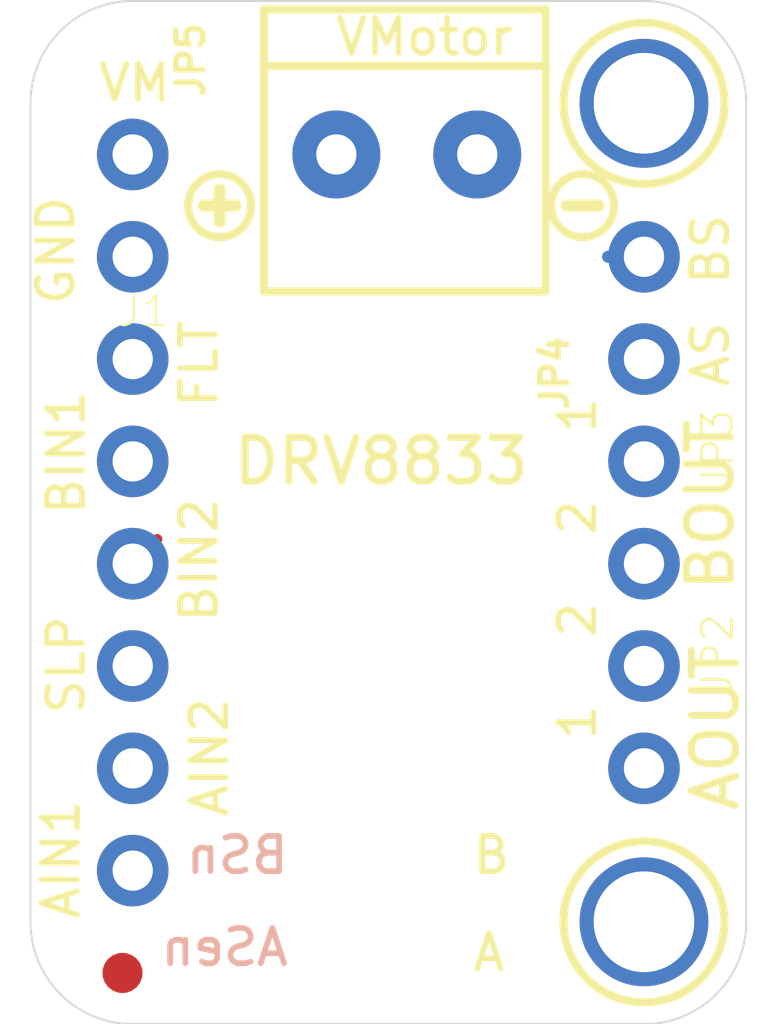
<source format=kicad_pcb>
(kicad_pcb (version 20211014) (generator pcbnew)
  (layers (0 "F.Cu" signal) (31 "B.Cu" signal) (34 "B.Paste" user) (35 "F.Paste" user) (36 "B.SilkS" user "B.Silkscreen") (37 "F.SilkS" user "F.Silkscreen") (38 "B.Mask" user) (39 "F.Mask" user) (44 "Edge.Cuts" user))
  (net 0 "")
  (net 1 "BSEN")
  (net 2 "GND")
  (net 3 "ASEN")
  (net 4 "PWRIN")
  (net 5 "VMOTOR")
  (net 6 "AOUT1")
  (net 7 "AOUT2")
  (net 8 "BOUT2")
  (net 9 "BOUT1")
  (net 10 "~{SLEEP}")
  (net 11 "AIN1")
  (net 12 "AIN2")
  (net 13 "BIN1")
  (net 14 "BIN2")
  (net 15 "NFAULT")
  (footprint "Adafruit DRV8833:MOUNTINGHOLE_2.5_PLATED" (layer "F.Cu") (at 154.8511 115.1636)
    (fp_text reference "U$14" hide)
    (fp_text value "MOUNTINGHOLE2.5" hide)
    (fp_circle (center 0 0) (end 2 0) (layer "F.SilkS") (width 0.2032) (fill none))
    (pad "P$1" thru_hole circle (at 0 0) (size 3.2 3.2) (drill 2.5) (layers *.Cu *.Mask))
  )
  (footprint "Adafruit DRV8833:1X08_ROUND_70" (layer "F.Cu") (at 142.1511 105.0036 -90)
    (fp_text reference "JP5" (at -10.2362 -1.8288 -90) (layer "F.SilkS") (effects (font (size 0.666496 0.666496) (thickness 0.146304)) (justify left bottom)))
    (fp_text value "")
    (pad "1" thru_hole circle (at -8.89 0) (size 1.778 1.778) (drill 1) (layers *.Cu *.Mask) (net 5 "VMOTOR"))
    (pad "2" thru_hole circle (at -6.35 0) (size 1.778 1.778) (drill 1) (layers *.Cu *.Mask) (net 2 "GND"))
    (pad "3" thru_hole circle (at -3.81 0) (size 1.778 1.778) (drill 1) (layers *.Cu *.Mask) (net 15 "NFAULT"))
    (pad "4" thru_hole circle (at -1.27 0) (size 1.778 1.778) (drill 1) (layers *.Cu *.Mask) (net 13 "BIN1"))
    (pad "5" thru_hole circle (at 1.27 0) (size 1.778 1.778) (drill 1) (layers *.Cu *.Mask) (net 14 "BIN2"))
    (pad "6" thru_hole circle (at 3.81 0) (size 1.778 1.778) (drill 1) (layers *.Cu *.Mask) (net 10 "~{SLEEP}"))
    (pad "7" thru_hole circle (at 6.35 0) (size 1.778 1.778) (drill 1) (layers *.Cu *.Mask) (net 12 "AIN2"))
    (pad "8" thru_hole circle (at 8.89 0) (size 1.778 1.778) (drill 1) (layers *.Cu *.Mask) (net 11 "AIN1"))
  )
  (footprint "Adafruit DRV8833:TERMBLOCK_1X2-3.5MM" (layer "F.Cu") (at 149.0091 96.1136 180)
    (fp_text reference "J1" (at 5.89 -3.89) (layer "F.SilkS") (effects (font (size 0.75948 0.75948) (thickness 0.05332)) (justify right)))
    (fp_text value "VMOTORIN" hide)
    (fp_line (start 3.6 2.2) (end 3.6 -3.4) (layer "F.SilkS") (width 0.2032))
    (fp_line (start 3.6 -3.4) (end -3.4 -3.4) (layer "F.SilkS") (width 0.2032))
    (fp_line (start -3.4 -3.4) (end -3.4 2.2) (layer "F.SilkS") (width 0.2032))
    (fp_line (start -3.4 2.2) (end 3.6 2.2) (layer "F.SilkS") (width 0.2032))
    (fp_line (start -3.4 3.6) (end 3.6 3.6) (layer "F.SilkS") (width 0.2032))
    (fp_line (start -3.4 2.2) (end -3.4 3.6) (layer "F.SilkS") (width 0.2032))
    (fp_line (start 3.6 3.6) (end 3.6 2.2) (layer "F.SilkS") (width 0.2032))
    (pad "1" thru_hole circle (at 1.8 0 180) (size 2.1844 2.1844) (drill 1) (layers *.Cu *.Mask) (net 4 "PWRIN"))
    (pad "2" thru_hole circle (at -1.7 0 180) (size 2.1844 2.1844) (drill 1) (layers *.Cu *.Mask) (net 2 "GND"))
  )
  (footprint "Adafruit DRV8833:MOUNTINGHOLE_2.5_PLATED" (layer "F.Cu") (at 154.8511 94.8436)
    (fp_text reference "U$13" hide)
    (fp_text value "MOUNTINGHOLE2.5" hide)
    (fp_circle (center 0 0) (end 2 0) (layer "F.SilkS") (width 0.2032) (fill none))
    (pad "P$1" thru_hole circle (at 0 0) (size 3.2 3.2) (drill 2.5) (layers *.Cu *.Mask))
  )
  (footprint "Adafruit DRV8833:SYMBOL_PLUS" (layer "F.Cu") (at 144.3101 97.3836)
    (fp_text reference "U$15" hide)
    (fp_text value "" hide)
    (fp_line (start 0.3968 0) (end -0.3969 0) (layer "F.SilkS") (width 0.3048))
    (fp_line (start 0 -0.3968) (end 0 0.3968) (layer "F.SilkS") (width 0.3048))
    (fp_circle (center 0 0) (end 0.7817 0) (layer "F.SilkS") (width 0.2032) (fill none))
  )
  (footprint "Adafruit DRV8833:SYMBOL_MINUS" (layer "F.Cu") (at 153.3271 97.3836)
    (fp_text reference "U$16" hide)
    (fp_text value "" hide)
    (fp_line (start 0.3968 0) (end -0.3969 0) (layer "F.SilkS") (width 0.3048))
    (fp_circle (center 0 0) (end 0.7817 0) (layer "F.SilkS") (width 0.2032) (fill none))
  )
  (footprint "Adafruit DRV8833:1X02_ROUND" (layer "F.Cu") (at 154.8511 99.9236 90)
    (fp_text reference "JP4" (at -2.6162 -1.8288 90) (layer "F.SilkS") (effects (font (size 0.666496 0.666496) (thickness 0.146304)) (justify left bottom)))
    (fp_text value "")
    (pad "1" thru_hole circle (at -1.27 0 180) (size 1.778 1.778) (drill 1) (layers *.Cu *.Mask) (net 3 "ASEN"))
    (pad "2" thru_hole circle (at 1.27 0 180) (size 1.778 1.778) (drill 1) (layers *.Cu *.Mask) (net 1 "BSEN"))
  )
  (footprint "Adafruit DRV8833:1X02_ROUND" (layer "F.Cu") (at 154.8511 110.0836 -90)
    (fp_text reference "JP2" (at -2.6162 -1.8288 90) (layer "F.SilkS") (effects (font (size 0.74615 0.74615) (thickness 0.06665)) (justify right)))
    (fp_text value "")
    (pad "1" thru_hole circle (at -1.27 0) (size 1.778 1.778) (drill 1) (layers *.Cu *.Mask) (net 7 "AOUT2"))
    (pad "2" thru_hole circle (at 1.27 0) (size 1.778 1.778) (drill 1) (layers *.Cu *.Mask) (net 6 "AOUT1"))
  )
  (footprint "Adafruit DRV8833:FIDUCIAL_1MM" (layer "F.Cu") (at 141.8971 116.4336)
    (fp_text reference "FID2" hide)
    (fp_text value "FIDUCIAL\"\"" hide)
    (pad "1" smd roundrect (at 0 0) (size 1 1) (layers "F.Cu" "F.Mask") (roundrect_rratio 0.5))
  )
  (footprint "Adafruit DRV8833:1X02_ROUND" (layer "F.Cu") (at 154.8511 105.0036 -90)
    (fp_text reference "JP3" (at -2.6162 -1.8288 90) (layer "F.SilkS") (effects (font (size 0.74615 0.74615) (thickness 0.06665)) (justify right)))
    (fp_text value "")
    (pad "1" thru_hole circle (at -1.27 0) (size 1.778 1.778) (drill 1) (layers *.Cu *.Mask) (net 9 "BOUT1"))
    (pad "2" thru_hole circle (at 1.27 0) (size 1.778 1.778) (drill 1) (layers *.Cu *.Mask) (net 8 "BOUT2"))
  )
  (gr_arc (start 157.3911 115.1636) (mid 156.647151 116.959651) (end 154.8511 117.7036) (layer "Edge.Cuts") (width 0.05))
  (gr_arc (start 142.1511 117.7036) (mid 140.355049 116.959651) (end 139.6111 115.1636) (layer "Edge.Cuts") (width 0.05))
  (gr_arc (start 154.8511 92.3036) (mid 156.647151 93.047549) (end 157.3911 94.8436) (layer "Edge.Cuts") (width 0.05))
  (gr_line (start 142.1511 92.3036) (end 154.8511 92.3036) (layer "Edge.Cuts") (width 0.05))
  (gr_line (start 157.3911 94.8436) (end 157.3911 115.1636) (layer "Edge.Cuts") (width 0.05))
  (gr_line (start 154.8511 117.7036) (end 142.1511 117.7036) (layer "Edge.Cuts") (width 0.05))
  (gr_line (start 139.6111 115.1636) (end 139.6111 94.8436) (layer "Edge.Cuts") (width 0.05))
  (gr_arc (start 139.6111 94.8436) (mid 140.355049 93.047549) (end 142.1511 92.3036) (layer "Edge.Cuts") (width 0.05))
  (gr_text "BSn" (at 146.0881 114.0206) (layer "B.SilkS") (effects (font (size 0.87376 0.87376) (thickness 0.14224)) (justify left bottom mirror)))
  (gr_text "ASen" (at 146.0881 116.3066) (layer "B.SilkS") (effects (font (size 0.87376 0.87376) (thickness 0.14224)) (justify left bottom mirror)))
  (gr_text "AS" (at 157.0101 101.9556 90) (layer "F.SilkS") (effects (font (size 0.87376 0.87376) (thickness 0.14224)) (justify left bottom)))
  (gr_text "DRV8833" (at 144.5641 104.3686) (layer "F.SilkS") (effects (font (size 1.0922 1.0922) (thickness 0.1778)) (justify left bottom)))
  (gr_text "AOUT" (at 157.2641 112.4966 90) (layer "F.SilkS") (effects (font (size 1.0922 1.0922) (thickness 0.1778)) (justify left bottom)))
  (gr_text "VMotor" (at 151.6761 92.6846) (layer "F.SilkS") (effects (font (size 0.87376 0.87376) (thickness 0.14224)) (justify right top)))
  (gr_text "AIN2" (at 144.5641 112.6236 90) (layer "F.SilkS") (effects (font (size 0.87376 0.87376) (thickness 0.14224)) (justify left bottom)))
  (gr_text "BOUT" (at 157.1371 107.0356 90) (layer "F.SilkS") (effects (font (size 1.0922 1.0922) (thickness 0.1778)) (justify left bottom)))
  (gr_text "SLP" (at 141.0081 110.0836 90) (layer "F.SilkS") (effects (font (size 0.87376 0.87376) (thickness 0.14224)) (justify left bottom)))
  (gr_text "2" (at 153.7081 108.1786 90) (layer "F.SilkS") (effects (font (size 0.87376 0.87376) (thickness 0.14224)) (justify left bottom)))
  (gr_text "FLT" (at 144.3101 102.4636 90) (layer "F.SilkS") (effects (font (size 0.87376 0.87376) (thickness 0.14224)) (justify left bottom)))
  (gr_text "VM" (at 143.1671 93.8276) (layer "F.SilkS") (effects (font (size 0.87376 0.87376) (thickness 0.14224)) (justify right top)))
  (gr_text "BS" (at 157.0101 99.4156 90) (layer "F.SilkS") (effects (font (size 0.87376 0.87376) (thickness 0.14224)) (justify left bottom)))
  (gr_text "2" (at 153.7081 105.6386 90) (layer "F.SilkS") (effects (font (size 0.87376 0.87376) (thickness 0.14224)) (justify left bottom)))
  (gr_text "B" (at 150.5331 114.0206) (layer "F.SilkS") (effects (font (size 0.87376 0.87376) (thickness 0.14224)) (justify left bottom)))
  (gr_text "BIN1" (at 141.0081 105.1306 90) (layer "F.SilkS") (effects (font (size 0.87376 0.87376) (thickness 0.14224)) (justify left bottom)))
  (gr_text "AIN1" (at 140.8811 115.1636 90) (layer "F.SilkS") (effects (font (size 0.87376 0.87376) (thickness 0.14224)) (justify left bottom)))
  (gr_text "1" (at 153.7081 103.0986 90) (layer "F.SilkS") (effects (font (size 0.87376 0.87376) (thickness 0.14224)) (justify left bottom)))
  (gr_text "GND" (at 140.7541 99.9236 90) (layer "F.SilkS") (effects (font (size 0.87376 0.87376) (thickness 0.14224)) (justify left bottom)))
  (gr_text "BIN2" (at 144.3101 107.7976 90) (layer "F.SilkS") (effects (font (size 0.87376 0.87376) (thickness 0.14224)) (justify left bottom)))
  (gr_text "1" (at 153.7081 110.7186 90) (layer "F.SilkS") (effects (font (size 0.87376 0.87376) (thickness 0.14224)) (justify left bottom)))
  (gr_text "A" (at 150.5331 116.4336) (layer "F.SilkS") (effects (font (size 0.87376 0.87376) (thickness 0.14224)) (justify left bottom)))
  (segment (start 153.9621 98.6536) (end 154.8511 98.6536) (width 0.3048) (layer "B.Cu") (net 1))
  (segment (start 154.3431 103.7336) (end 154.8511 103.7336) (width 0.254) (layer "F.Cu") (net 9))
  (segment (start 142.2781 111.3536) (end 142.1511 111.3536) (width 0.254) (layer "F.Cu") (net 12))
  (segment (start 142.7601 105.6646) (end 142.1511 106.2736) (width 0.254) (layer "F.Cu") (net 14))
)
</source>
